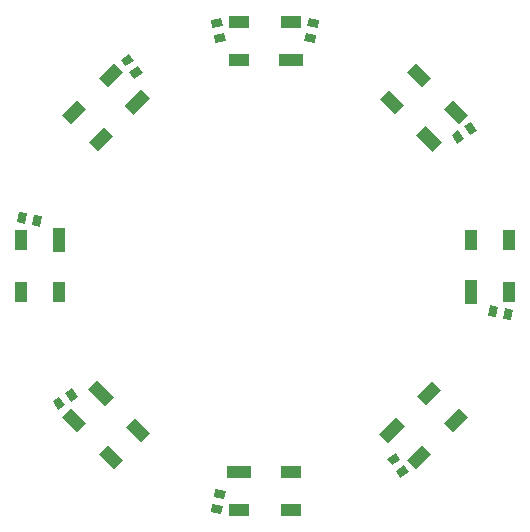
<source format=gtp>
G75*
%MOIN*%
%OFA0B0*%
%FSLAX24Y24*%
%IPPOS*%
%LPD*%
%AMOC8*
5,1,8,0,0,1.08239X$1,22.5*
%
%ADD10R,0.0787X0.0433*%
%ADD11R,0.0709X0.0433*%
%ADD12R,0.0433X0.0787*%
%ADD13R,0.0433X0.0709*%
%ADD14R,0.0276X0.0354*%
D10*
G36*
X003558Y004278D02*
X003003Y004833D01*
X003308Y005138D01*
X003863Y004583D01*
X003558Y004278D01*
G37*
X008034Y002080D03*
G36*
X013572Y003608D02*
X013017Y003053D01*
X012712Y003358D01*
X013267Y003913D01*
X013572Y003608D01*
G37*
G36*
X014242Y013622D02*
X014797Y013067D01*
X014492Y012762D01*
X013937Y013317D01*
X014242Y013622D01*
G37*
X009766Y015820D03*
G36*
X004228Y014292D02*
X004783Y014847D01*
X005088Y014542D01*
X004533Y013987D01*
X004228Y014292D01*
G37*
D11*
G36*
X003864Y002189D02*
X003364Y002689D01*
X003670Y002995D01*
X004170Y002495D01*
X003864Y002189D01*
G37*
G36*
X004755Y003080D02*
X004255Y003580D01*
X004561Y003886D01*
X005061Y003386D01*
X004755Y003080D01*
G37*
G36*
X002639Y003414D02*
X002139Y003914D01*
X002445Y004220D01*
X002945Y003720D01*
X002639Y003414D01*
G37*
X008034Y000820D03*
X009766Y000820D03*
X009766Y002080D03*
G36*
X014436Y002689D02*
X013936Y002189D01*
X013630Y002495D01*
X014130Y002995D01*
X014436Y002689D01*
G37*
G36*
X015661Y003914D02*
X015161Y003414D01*
X014855Y003720D01*
X015355Y004220D01*
X015661Y003914D01*
G37*
G36*
X014770Y004805D02*
X014270Y004305D01*
X013964Y004611D01*
X014464Y005111D01*
X014770Y004805D01*
G37*
G36*
X015161Y014486D02*
X015661Y013986D01*
X015355Y013680D01*
X014855Y014180D01*
X015161Y014486D01*
G37*
G36*
X013936Y015711D02*
X014436Y015211D01*
X014130Y014905D01*
X013630Y015405D01*
X013936Y015711D01*
G37*
G36*
X013045Y014820D02*
X013545Y014320D01*
X013239Y014014D01*
X012739Y014514D01*
X013045Y014820D01*
G37*
X009766Y017080D03*
X008034Y017080D03*
X008034Y015820D03*
G36*
X003364Y015211D02*
X003864Y015711D01*
X004170Y015405D01*
X003670Y014905D01*
X003364Y015211D01*
G37*
G36*
X002139Y013986D02*
X002639Y014486D01*
X002945Y014180D01*
X002445Y013680D01*
X002139Y013986D01*
G37*
G36*
X003030Y013095D02*
X003530Y013595D01*
X003836Y013289D01*
X003336Y012789D01*
X003030Y013095D01*
G37*
D12*
X002030Y009816D03*
X015770Y008084D03*
D13*
X017030Y008084D03*
X017030Y009816D03*
X015770Y009816D03*
X002030Y008084D03*
X000770Y008084D03*
X000770Y009816D03*
D14*
G36*
X001201Y010660D02*
X001470Y010606D01*
X001401Y010260D01*
X001132Y010314D01*
X001201Y010660D01*
G37*
G36*
X000699Y010760D02*
X000968Y010706D01*
X000899Y010360D01*
X000630Y010414D01*
X000699Y010760D01*
G37*
G36*
X004672Y015600D02*
X004825Y015371D01*
X004532Y015174D01*
X004379Y015403D01*
X004672Y015600D01*
G37*
G36*
X004388Y016026D02*
X004541Y015797D01*
X004248Y015600D01*
X004095Y015829D01*
X004388Y016026D01*
G37*
G36*
X007144Y016881D02*
X007090Y017151D01*
X007436Y017221D01*
X007490Y016951D01*
X007144Y016881D01*
G37*
G36*
X007244Y016379D02*
X007190Y016649D01*
X007536Y016719D01*
X007590Y016449D01*
X007244Y016379D01*
G37*
G36*
X010610Y016649D02*
X010556Y016380D01*
X010210Y016449D01*
X010264Y016718D01*
X010610Y016649D01*
G37*
G36*
X010710Y017151D02*
X010656Y016882D01*
X010310Y016951D01*
X010364Y017220D01*
X010710Y017151D01*
G37*
G36*
X015550Y013178D02*
X015321Y013025D01*
X015124Y013318D01*
X015353Y013471D01*
X015550Y013178D01*
G37*
G36*
X015976Y013462D02*
X015747Y013309D01*
X015550Y013602D01*
X015779Y013755D01*
X015976Y013462D01*
G37*
G36*
X016599Y007240D02*
X016330Y007294D01*
X016399Y007640D01*
X016668Y007586D01*
X016599Y007240D01*
G37*
G36*
X017101Y007140D02*
X016832Y007194D01*
X016901Y007540D01*
X017170Y007486D01*
X017101Y007140D01*
G37*
G36*
X013128Y002300D02*
X012975Y002529D01*
X013268Y002726D01*
X013421Y002497D01*
X013128Y002300D01*
G37*
G36*
X013412Y001874D02*
X013259Y002103D01*
X013552Y002300D01*
X013705Y002071D01*
X013412Y001874D01*
G37*
G36*
X007190Y001251D02*
X007244Y001520D01*
X007590Y001451D01*
X007536Y001182D01*
X007190Y001251D01*
G37*
G36*
X007090Y000749D02*
X007144Y001018D01*
X007490Y000949D01*
X007436Y000680D01*
X007090Y000749D01*
G37*
G36*
X002250Y004722D02*
X002479Y004875D01*
X002676Y004582D01*
X002447Y004429D01*
X002250Y004722D01*
G37*
G36*
X001824Y004438D02*
X002053Y004591D01*
X002250Y004298D01*
X002021Y004145D01*
X001824Y004438D01*
G37*
M02*

</source>
